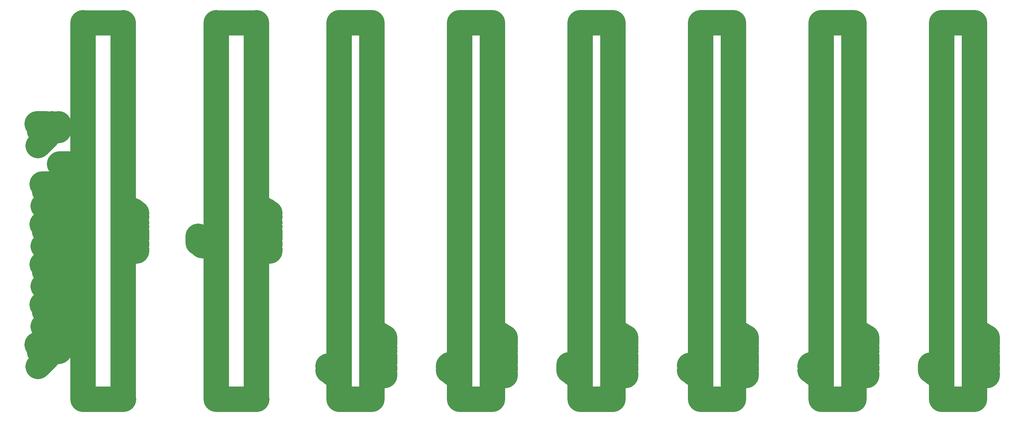
<source format=gts>
G04*
G04  File:            F_D_P7.GTS, Mon Sep 09 10:52:45 2002*
G04  Source:          ACCEL Tango PCB, Version 13.01.33, (f_d_p7.pcb)*
G04  Format:          Gerber Format (RS-274-D), ASCII*
G04*
G04  Format Options:  Absolute Positioning*
G04                   Leading-Zero Suppression*
G04                   Scale Factor 1:1*
G04                   NO Circular Interpolation*
G04                   Millimeter Units*
G04                   Numeric Format: 4.4 (XXXX.XXXX)*
G04                   G54 NOT Used for Aperture Change*
G04                   Apertures Embedded*
G04*
G04  File Options:    Offset = (0.00mm,0.00mm)*
G04                   Drill Symbol Size = 2.03mm*
G04                   No Pad/Via Holes*
G04*
G04  File Contents:   No Pads*
G04                   No Vias*
G04                   Designators*
G04                   Types*
G04                   Values*
G04                   No Drill Symbols*
G04                   Top Silk*
G04*
G04  Aperture MACROs for general use --- invoked via D-code assignment *
G04*
G04  General MACRO for flashed round with rotation and/or offset hole *
%AMROTOFFROUND*
1,1,$1,0.0000,0.0000*
1,0,$2,$3,$4*%
G04*
G04  General MACRO for flashed oval (obround) with rotation and/or offset hole *
%AMROTOFFOVAL*
21,1,$1,$2,0.0000,0.0000,$3*
1,1,$4,$5,$6*
1,1,$4,0-$5,0-$6*
1,0,$7,$8,$9*%
G04*
G04  General MACRO for flashed rectangle with rotation and/or offset hole *
%AMROTOFFRECT*
21,1,$1,$2,0.0000,0.0000,$3*
1,0,$4,$5,$6*%
G04*
G04  General MACRO for flashed rounded-rectangle *
%AMROUNDRECT*
21,1,$1,$2-$4,0.0000,0.0000,$3*
21,1,$1-$4,$2,0.0000,0.0000,$3*
1,1,$4,$5,$6*
1,1,$4,$7,$8*
1,1,$4,0-$5,0-$6*
1,1,$4,0-$7,0-$8*
1,0,$9,$10,$11*%
G04*
G04  General MACRO for flashed regular polygon *
%AMREGPOLY*
5,1,$1,0.0000,0.0000,$2,($3+$4)*
1,0,$5,$6,$7*%
G04  D10 : "Ellipse X0.25mm Y0.25mm H0.00mm 0.0deg (0.00mm,0.00mm) Draw"*
G04  Disc: OuterDia=0.2540*
%ADD10C, 0.2540 X0.0000*%
G04  D11 : "Ellipse X0.30mm Y0.30mm H0.00mm 0.0deg (0.00mm,0.00mm) Draw"*
G04  Disc: OuterDia=0.3000*
%ADD11C, 0.3000 X0.0000*%
G04  D12 : "Ellipse X0.38mm Y0.38mm H0.00mm 0.0deg (0.00mm,0.00mm) Draw"*
G04  Disc: OuterDia=0.3810*
%ADD12C, 0.3810 X0.0000*%
G04  D13 : "Ellipse X0.60mm Y0.60mm H0.00mm 0.0deg (0.00mm,0.00mm) Draw"*
G04  Disc: OuterDia=0.6000*
%ADD13C, 0.6000 X0.0000*%
G04  D14 : "Ellipse X0.64mm Y0.64mm H0.00mm 0.0deg (0.00mm,0.00mm) Draw"*
G04  Disc: OuterDia=0.6350*
%ADD14C, 0.6350 X0.0000*%
G04  D15 : "Ellipse X1.20mm Y1.20mm H0.00mm 0.0deg (0.00mm,0.00mm) Draw"*
G04  Disc: OuterDia=1.2000*
%ADD15C, 1.2000 X0.0000*%
G04  D16 : "Ellipse X1.22mm Y1.22mm H0.00mm 0.0deg (0.00mm,0.00mm) Draw"*
G04  Disc: OuterDia=1.2200*
%ADD16C, 1.2200 X0.0000*%
G04  D17 : "Ellipse X0.25mm Y0.25mm H0.00mm 0.0deg (0.00mm,0.00mm) Draw"*
G04  Disc: OuterDia=0.2500*
%ADD17C, 0.2500 X0.0000*%
G04  D18 : "Ellipse X2.54mm Y2.54mm H0.00mm 0.0deg (0.00mm,0.00mm) Flash"*
G04  Disc: OuterDia=2.5400*
%ADD18C, 2.5400 X0.0000*%
G04  D19 : "Ellipse X2.92mm Y2.92mm H0.00mm 0.0deg (0.00mm,0.00mm) Flash"*
G04  Disc: OuterDia=2.9210*
%ADD19C, 2.9210 X0.0000*%
G04  D20 : "Ellipse X5.08mm Y5.08mm H0.00mm 0.0deg (0.00mm,0.00mm) Flash"*
G04  Disc: OuterDia=5.0800*
%ADD20C, 5.0800 X0.0000*%
G04  D21 : "Ellipse X5.46mm Y5.46mm H0.00mm 0.0deg (0.00mm,0.00mm) Flash"*
G04  Disc: OuterDia=5.4610*
%ADD21C, 5.4610 X0.0000*%
G04  D22 : "Ellipse X1.52mm Y1.52mm H0.00mm 0.0deg (0.00mm,0.00mm) Flash"*
G04  Disc: OuterDia=1.5240*
%ADD22C, 1.5240 X0.0000*%
G04  D23 : "Ellipse X1.91mm Y1.91mm H0.00mm 0.0deg (0.00mm,0.00mm) Flash"*
G04  Disc: OuterDia=1.9050*
%ADD23C, 1.9050 X0.0000*%
G04  D24 : "Mounting Hole X3.96mm Y3.96mm H0.00mm 0.0deg (0.00mm,0.00mm) Flash"*
G04  Mounting Hole: Diameter=3.9624, Rotation=0.0000, LineWidth=0.1270 *
%AMMTHOLED24*
1,1,3.9624,0,0*
1,0,3.4544,0,0*
6,0,0,3.9624,0.1270,0,0,0.1270,3.9624,0.0000*%
%ADD24MTHOLED24*%
G04  D25 : "Rectangle X2.54mm Y2.54mm H0.00mm 0.0deg (0.00mm,0.00mm) Flash"*
G04  Square: Side=2.5400, Rotation=0.0, OffsetX=0.0000, OffsetY=0.0000, HoleDia=0.0000*
%ADD25R, 2.5400 X2.5400 X0.0000*%
G04  D26 : "Rectangle X2.92mm Y2.92mm H0.00mm 0.0deg (0.00mm,0.00mm) Flash"*
G04  Square: Side=2.9210, Rotation=0.0, OffsetX=0.0000, OffsetY=0.0000, HoleDia=0.0000*
%ADD26R, 2.9210 X2.9210 X0.0000*%
G04  D27 : "Rectangle X1.52mm Y1.52mm H0.00mm 0.0deg (0.00mm,0.00mm) Flash"*
G04  Square: Side=1.5240, Rotation=0.0, OffsetX=0.0000, OffsetY=0.0000, HoleDia=0.0000*
%ADD27R, 1.5240 X1.5240 X0.0000*%
G04  D28 : "Rectangle X1.91mm Y1.91mm H0.00mm 0.0deg (0.00mm,0.00mm) Flash"*
G04  Square: Side=1.9050, Rotation=0.0, OffsetX=0.0000, OffsetY=0.0000, HoleDia=0.0000*
%ADD28R, 1.9050 X1.9050 X0.0000*%
G04  D29 : "Ellipse X1.02mm Y1.02mm H0.00mm 0.0deg (0.00mm,0.00mm) Flash"*
G04  Disc: OuterDia=1.0160*
%ADD29C, 1.0160 X0.0000*%
G04  D30 : "Ellipse X1.40mm Y1.40mm H0.00mm 0.0deg (0.00mm,0.00mm) Flash"*
G04  Disc: OuterDia=1.3970*
%ADD30C, 1.3970 X0.0000*%
%ICAS*%
%FSLAX44Y44*%
%SFA1B1*%
%INF_D_P7.GTS*%
%OFA0.00B0.00*%
%MOMM*%
G71*
G90*
G01*
D2*
%LNTop Silk*%
D10*
X838200Y6350*
Y958850D1*
X920750Y6350D2*
Y958850D1*
Y6350D2*
X838200D1*
X920750Y958850D2*
X838200D1*
X810245Y78765D2*
X822132D1*
X824361Y78022*
X825104Y77279*
X825847Y75793*
Y74307*
X825104Y72821*
X824361Y72078*
X822132Y71335*
X820647*
X813217Y86194D2*
X812474Y87680D1*
X810245Y89909*
X825847*
X937686Y66408D2*
X952958D1*
Y71499*
X952230Y73680*
X950776Y75135*
X949322Y75862*
X947140Y76589*
X943504*
X941322Y75862*
X939868Y75135*
X938414Y73680*
X937686Y71499*
Y66408*
Y81679D2*
X952958D1*
X937686Y97677D2*
X952958D1*
X937686Y87497*
X952958*
X941322Y103495D2*
X940595D1*
X939141Y104222*
X938414Y104949*
X937686Y106404*
Y109313*
X938414Y110767*
X939141Y111494*
X940595Y112221*
X942050*
X943504Y111494*
X945686Y110040*
X952958Y102768*
Y112949*
X937686Y117312D2*
X952958Y127492D1*
X937686D2*
X952958Y117312D1*
X937686Y133310D2*
Y141309D1*
X943504Y136946*
Y139128*
X944231Y140582*
X944958Y141309*
X947140Y142036*
X948594*
X950776Y141309*
X952230Y139855*
X952958Y137673*
Y135492*
X952230Y133310*
X951503Y132583*
X950049Y131856*
X941322Y147127D2*
X940595D1*
X939141Y147854*
X938414Y148581*
X937686Y150035*
Y152944*
X938414Y154398*
X939141Y155126*
X940595Y155853*
X942050*
X943504Y155126*
X945686Y153671*
X952958Y146399*
Y156580*
X937686Y171124D2*
Y161670D1*
X952958*
X944958D2*
Y167488D1*
X1143000Y6350D2*
Y958850D1*
X1225550Y6350D2*
Y958850D1*
Y6350D2*
X1143000D1*
X1225550Y958850D2*
X1143000D1*
X1115045Y78765D2*
X1126932D1*
X1129161Y78022*
X1129904Y77279*
X1130647Y75793*
Y74307*
X1129904Y72821*
X1129161Y72078*
X1126932Y71335*
X1125447*
X1118760Y84708D2*
X1118017D1*
X1116531Y85451*
X1115788Y86194*
X1115045Y87680*
Y90652*
X1115788Y92138*
X1116531Y92881*
X1118017Y93624*
X1119503*
X1120989Y92881*
X1123218Y91395*
X1130647Y83965*
Y94367*
X1242486Y66408D2*
X1257758D1*
Y71499*
X1257030Y73680*
X1255576Y75135*
X1254122Y75862*
X1251940Y76589*
X1248304*
X1246122Y75862*
X1244668Y75135*
X1243214Y73680*
X1242486Y71499*
Y66408*
Y81679D2*
X1257758D1*
X1242486Y97677D2*
X1257758D1*
X1242486Y87497*
X1257758*
X1246122Y103495D2*
X1245395D1*
X1243941Y104222*
X1243214Y104949*
X1242486Y106404*
Y109313*
X1243214Y110767*
X1243941Y111494*
X1245395Y112221*
X1246850*
X1248304Y111494*
X1250486Y110040*
X1257758Y102768*
Y112949*
X1242486Y117312D2*
X1257758Y127492D1*
X1242486D2*
X1257758Y117312D1*
X1242486Y133310D2*
Y141309D1*
X1248304Y136946*
Y139128*
X1249031Y140582*
X1249758Y141309*
X1251940Y142036*
X1253394*
X1255576Y141309*
X1257030Y139855*
X1257758Y137673*
Y135492*
X1257030Y133310*
X1256303Y132583*
X1254849Y131856*
X1246122Y147127D2*
X1245395D1*
X1243941Y147854*
X1243214Y148581*
X1242486Y150035*
Y152944*
X1243214Y154398*
X1243941Y155126*
X1245395Y155853*
X1246850*
X1248304Y155126*
X1250486Y153671*
X1257758Y146399*
Y156580*
X1242486Y171124D2*
Y161670D1*
X1257758*
X1249758D2*
Y167488D1*
X1447800Y6350D2*
Y958850D1*
X1530350Y6350D2*
Y958850D1*
Y6350D2*
X1447800D1*
X1530350Y958850D2*
X1447800D1*
X1419845Y78765D2*
X1431732D1*
X1433961Y78022*
X1434704Y77279*
X1435447Y75793*
Y74307*
X1434704Y72821*
X1433961Y72078*
X1431732Y71335*
X1430247*
X1419845Y85451D2*
Y93624D1*
X1425789Y89166*
Y91395*
X1426532Y92881*
X1427275Y93624*
X1429504Y94367*
X1430990*
X1433218Y93624*
X1434704Y92138*
X1435447Y89909*
Y87680*
X1434704Y85451*
X1433961Y84708*
X1432475Y83965*
X1547286Y66408D2*
X1562558D1*
Y71499*
X1561830Y73680*
X1560376Y75135*
X1558922Y75862*
X1556740Y76589*
X1553104*
X1550922Y75862*
X1549468Y75135*
X1548014Y73680*
X1547286Y71499*
Y66408*
Y81679D2*
X1562558D1*
X1547286Y97677D2*
X1562558D1*
X1547286Y87497*
X1562558*
X1550922Y103495D2*
X1550195D1*
X1548741Y104222*
X1548014Y104949*
X1547286Y106404*
Y109313*
X1548014Y110767*
X1548741Y111494*
X1550195Y112221*
X1551650*
X1553104Y111494*
X1555286Y110040*
X1562558Y102768*
Y112949*
X1547286Y117312D2*
X1562558Y127492D1*
X1547286D2*
X1562558Y117312D1*
X1547286Y133310D2*
Y141309D1*
X1553104Y136946*
Y139128*
X1553831Y140582*
X1554558Y141309*
X1556740Y142036*
X1558194*
X1560376Y141309*
X1561830Y139855*
X1562558Y137673*
Y135492*
X1561830Y133310*
X1561103Y132583*
X1559649Y131856*
X1550922Y147127D2*
X1550195D1*
X1548741Y147854*
X1548014Y148581*
X1547286Y150035*
Y152944*
X1548014Y154398*
X1548741Y155126*
X1550195Y155853*
X1551650*
X1553104Y155126*
X1555286Y153671*
X1562558Y146399*
Y156580*
X1547286Y171124D2*
Y161670D1*
X1562558*
X1554558D2*
Y167488D1*
X1752600Y6350D2*
Y958850D1*
X1835150Y6350D2*
Y958850D1*
Y6350D2*
X1752600D1*
X1835150Y958850D2*
X1752600D1*
X1724645Y78765D2*
X1736532D1*
X1738761Y78022*
X1739504Y77279*
X1740247Y75793*
Y74307*
X1739504Y72821*
X1738761Y72078*
X1736532Y71335*
X1735047*
X1740247Y91395D2*
X1724645D1*
X1735047Y83965*
Y95110*
X1852086Y66408D2*
X1867358D1*
Y71499*
X1866630Y73680*
X1865176Y75135*
X1863722Y75862*
X1861540Y76589*
X1857904*
X1855722Y75862*
X1854268Y75135*
X1852814Y73680*
X1852086Y71499*
Y66408*
Y81679D2*
X1867358D1*
X1852086Y97677D2*
X1867358D1*
X1852086Y87497*
X1867358*
X1855722Y103495D2*
X1854995D1*
X1853541Y104222*
X1852814Y104949*
X1852086Y106404*
Y109313*
X1852814Y110767*
X1853541Y111494*
X1854995Y112221*
X1856450*
X1857904Y111494*
X1860086Y110040*
X1867358Y102768*
Y112949*
X1852086Y117312D2*
X1867358Y127492D1*
X1852086D2*
X1867358Y117312D1*
X1852086Y133310D2*
Y141309D1*
X1857904Y136946*
Y139128*
X1858631Y140582*
X1859358Y141309*
X1861540Y142036*
X1862994*
X1865176Y141309*
X1866630Y139855*
X1867358Y137673*
Y135492*
X1866630Y133310*
X1865903Y132583*
X1864449Y131856*
X1855722Y147127D2*
X1854995D1*
X1853541Y147854*
X1852814Y148581*
X1852086Y150035*
Y152944*
X1852814Y154398*
X1853541Y155126*
X1854995Y155853*
X1856450*
X1857904Y155126*
X1860086Y153671*
X1867358Y146399*
Y156580*
X1852086Y171124D2*
Y161670D1*
X1867358*
X1859358D2*
Y167488D1*
X2057400Y6350D2*
Y958850D1*
X2139950Y6350D2*
Y958850D1*
Y6350D2*
X2057400D1*
X2139950Y958850D2*
X2057400D1*
X2029445Y78765D2*
X2041332D1*
X2043561Y78022*
X2044304Y77279*
X2045047Y75793*
Y74307*
X2044304Y72821*
X2043561Y72078*
X2041332Y71335*
X2039847*
X2031674Y93624D2*
X2030188Y92881D1*
X2029445Y90652*
Y89166*
X2030188Y86937*
X2032417Y85451*
X2036132Y84708*
X2039847*
X2042818Y85451*
X2044304Y86937*
X2045047Y89166*
Y89909*
X2044304Y92138*
X2042818Y93624*
X2040590Y94367*
X2039847*
X2037618Y93624*
X2036132Y92138*
X2035389Y89909*
Y89166*
X2036132Y86937*
X2037618Y85451*
X2039847Y84708*
X2156886Y66408D2*
X2172158D1*
Y71499*
X2171430Y73680*
X2169976Y75135*
X2168522Y75862*
X2166340Y76589*
X2162704*
X2160522Y75862*
X2159068Y75135*
X2157614Y73680*
X2156886Y71499*
Y66408*
Y81679D2*
X2172158D1*
X2156886Y97677D2*
X2172158D1*
X2156886Y87497*
X2172158*
X2160522Y103495D2*
X2159795D1*
X2158341Y104222*
X2157614Y104949*
X2156886Y106404*
Y109313*
X2157614Y110767*
X2158341Y111494*
X2159795Y112221*
X2161250*
X2162704Y111494*
X2164886Y110040*
X2172158Y102768*
Y112949*
X2156886Y117312D2*
X2172158Y127492D1*
X2156886D2*
X2172158Y117312D1*
X2156886Y133310D2*
Y141309D1*
X2162704Y136946*
Y139128*
X2163431Y140582*
X2164158Y141309*
X2166340Y142036*
X2167794*
X2169976Y141309*
X2171430Y139855*
X2172158Y137673*
Y135492*
X2171430Y133310*
X2170703Y132583*
X2169249Y131856*
X2160522Y147127D2*
X2159795D1*
X2158341Y147854*
X2157614Y148581*
X2156886Y150035*
Y152944*
X2157614Y154398*
X2158341Y155126*
X2159795Y155853*
X2161250*
X2162704Y155126*
X2164886Y153671*
X2172158Y146399*
Y156580*
X2156886Y171124D2*
Y161670D1*
X2172158*
X2164158D2*
Y167488D1*
X2362200Y6350D2*
Y958850D1*
X2444750Y6350D2*
Y958850D1*
Y6350D2*
X2362200D1*
X2444750Y958850D2*
X2362200D1*
X2334245Y78765D2*
X2346132D1*
X2348361Y78022*
X2349104Y77279*
X2349847Y75793*
Y74307*
X2349104Y72821*
X2348361Y72078*
X2346132Y71335*
X2344647*
X2334245Y92881D2*
Y85451D1*
X2340932Y84708*
X2340189Y85451*
X2339446Y87680*
Y89909*
X2340189Y92138*
X2341675Y93624*
X2343904Y94367*
X2345390*
X2347618Y93624*
X2349104Y92138*
X2349847Y89909*
Y87680*
X2349104Y85451*
X2348361Y84708*
X2346875Y83965*
X2461686Y66408D2*
X2476958D1*
Y71499*
X2476230Y73680*
X2474776Y75135*
X2473322Y75862*
X2471140Y76589*
X2467504*
X2465322Y75862*
X2463868Y75135*
X2462414Y73680*
X2461686Y71499*
Y66408*
Y81679D2*
X2476958D1*
X2461686Y97677D2*
X2476958D1*
X2461686Y87497*
X2476958*
X2465322Y103495D2*
X2464595D1*
X2463141Y104222*
X2462414Y104949*
X2461686Y106404*
Y109313*
X2462414Y110767*
X2463141Y111494*
X2464595Y112221*
X2466050*
X2467504Y111494*
X2469686Y110040*
X2476958Y102768*
Y112949*
X2461686Y117312D2*
X2476958Y127492D1*
X2461686D2*
X2476958Y117312D1*
X2461686Y133310D2*
Y141309D1*
X2467504Y136946*
Y139128*
X2468231Y140582*
X2468958Y141309*
X2471140Y142036*
X2472594*
X2474776Y141309*
X2476230Y139855*
X2476958Y137673*
Y135492*
X2476230Y133310*
X2475503Y132583*
X2474049Y131856*
X2465322Y147127D2*
X2464595D1*
X2463141Y147854*
X2462414Y148581*
X2461686Y150035*
Y152944*
X2462414Y154398*
X2463141Y155126*
X2464595Y155853*
X2466050*
X2467504Y155126*
X2469686Y153671*
X2476958Y146399*
Y156580*
X2461686Y171124D2*
Y161670D1*
X2476958*
X2468958D2*
Y167488D1*
D2*
D17*
X527050Y958850*
X628650D1*
D2*
D10*
X629650Y6550*
X527650D1*
X527050Y6350D2*
Y958850D1*
X628650Y6350D2*
Y958850D1*
X647410Y381608D2*
X662682D1*
Y386699*
X661954Y388880*
X660500Y390335*
X659046Y391062*
X656864Y391789*
X653228*
X651046Y391062*
X649592Y390335*
X648138Y388880*
X647410Y386699*
Y381608*
Y396879D2*
X662682D1*
X647410Y412877D2*
X662682D1*
X647410Y402697*
X662682*
X651046Y418695D2*
X650319D1*
X648865Y419422*
X648138Y420149*
X647410Y421604*
Y424513*
X648138Y425967*
X648865Y426694*
X650319Y427421*
X651774*
X653228Y426694*
X655410Y425240*
X662682Y417968*
Y428149*
X647410Y432512D2*
X662682Y442692D1*
X647410D2*
X662682Y432512D1*
X650319Y449237D2*
X649592Y450692D1*
X647410Y452873*
X662682*
X649592Y471053D2*
X648138Y470326D1*
X647410Y468144*
Y466690*
X648138Y464508*
X650319Y463054*
X653955Y462327*
X657591*
X660500Y463054*
X661954Y464508*
X662682Y466690*
Y467417*
X661954Y469598*
X660500Y471053*
X658318Y471780*
X657591*
X655410Y471053*
X653955Y469598*
X653228Y467417*
Y466690*
X653955Y464508*
X655410Y463054*
X657591Y462327*
X647410Y486324D2*
Y476870D1*
X662682*
X654682D2*
Y482688D1*
X481569Y402615D2*
X493456D1*
X495685Y401872*
X496428Y401129*
X497171Y399643*
Y398157*
X496428Y396671*
X495685Y395928*
X493456Y395185*
X491971*
X497171Y410787D2*
X481569Y418217D1*
Y407815*
D2*
D17*
X190500Y958850*
X292100D1*
D2*
D10*
X293100Y6550*
X191100D1*
X190500Y6350D2*
Y958850D1*
X292100Y6350D2*
Y958850D1*
X310860Y381608D2*
X326132D1*
Y386699*
X325404Y388880*
X323950Y390335*
X322496Y391062*
X320314Y391789*
X316678*
X314496Y391062*
X313042Y390335*
X311588Y388880*
X310860Y386699*
Y381608*
Y396879D2*
X326132D1*
X310860Y412877D2*
X326132D1*
X310860Y402697*
X326132*
X314496Y418695D2*
X313769D1*
X312315Y419422*
X311588Y420149*
X310860Y421604*
Y424513*
X311588Y425967*
X312315Y426694*
X313769Y427421*
X315224*
X316678Y426694*
X318860Y425240*
X326132Y417968*
Y428149*
X310860Y432512D2*
X326132Y442692D1*
X310860D2*
X326132Y432512D1*
X313769Y449237D2*
X313042Y450692D1*
X310860Y452873*
X326132*
X313042Y471053D2*
X311588Y470326D1*
X310860Y468144*
Y466690*
X311588Y464508*
X313769Y463054*
X317405Y462327*
X321041*
X323950Y463054*
X325404Y464508*
X326132Y466690*
Y467417*
X325404Y469598*
X323950Y471053*
X321768Y471780*
X321041*
X318860Y471053*
X317405Y469598*
X316678Y467417*
Y466690*
X317405Y464508*
X318860Y463054*
X321041Y462327*
X310860Y486324D2*
Y476870D1*
X326132*
X318132D2*
Y482688D1*
X145019Y402615D2*
X156906D1*
X159135Y401872*
X159878Y401129*
X160621Y399643*
Y398157*
X159878Y396671*
X159135Y395928*
X156906Y395185*
X155421*
X145019Y411530D2*
X145762Y409301D1*
X147248Y408558*
X148734*
X150220Y409301*
X150963Y410787*
X151706Y413759*
X152449Y415988*
X153935Y417474*
X155421Y418217*
X157649*
X159135Y417474*
X159878Y416731*
X160621Y414502*
Y411530*
X159878Y409301*
X159135Y408558*
X157649Y407815*
X155421*
X153935Y408558*
X152449Y410044*
X151706Y412273*
X150963Y415245*
X150220Y416731*
X148734Y417474*
X147248*
X145762Y416731*
X145019Y414502*
Y411530*
D2*
D17*
X88900Y495300*
X114300Y520700D1*
D2*
D10*
X92823Y550941*
Y533975D1*
X87167Y550941D2*
X98478D1*
X102518Y542054D2*
X109789D1*
X112213Y542862*
X113021Y543670*
X113829Y545286*
Y547710*
X113021Y549326*
X112213Y550133*
X109789Y550941*
X102518*
Y533975*
X119484Y546902D2*
Y547710D1*
X120292Y549326*
X121100Y550133*
X122716Y550941*
X125948*
X127564Y550133*
X128371Y549326*
X129179Y547710*
Y546094*
X128371Y544478*
X126756Y542054*
X118676Y533975*
X129987*
D2*
D17*
X133350Y546100*
X158750Y571500D1*
D2*
D10*
X137273Y601741*
Y584775D1*
X131617Y601741D2*
X142928D1*
X146968Y592854D2*
X154239D1*
X156663Y593662*
X157471Y594470*
X158279Y596086*
Y598510*
X157471Y600126*
X156663Y600933*
X154239Y601741*
X146968*
Y584775*
X165550Y598510D2*
X167166Y599318D1*
X169590Y601741*
Y584775*
D2*
D17*
X127000Y444500*
X152400Y469900D1*
D2*
D10*
X130923Y500141*
Y483175D1*
X125267Y500141D2*
X136578D1*
X140618Y491254D2*
X147889D1*
X150313Y492062*
X151121Y492870*
X151929Y494486*
Y496910*
X151121Y498526*
X150313Y499333*
X147889Y500141*
X140618*
Y483175*
X158392Y500141D2*
X167279D1*
X162432Y493678*
X164856*
X166471Y492870*
X167279Y492062*
X168087Y489638*
Y488023*
X167279Y485599*
X165664Y483983*
X163240Y483175*
X160816*
X158392Y483983*
X157584Y484791*
X156776Y486407*
D2*
D17*
X88900Y393700*
X114300Y419100D1*
D2*
D10*
X92823Y449341*
Y432375D1*
X87167Y449341D2*
X98478D1*
X102518Y440454D2*
X109789D1*
X112213Y441262*
X113021Y442070*
X113829Y443686*
Y446110*
X113021Y447726*
X112213Y448533*
X109789Y449341*
X102518*
Y432375*
X126756D2*
Y449341D1*
X118676Y438030*
X130795*
D2*
D17*
X127000Y342900*
X152400Y368300D1*
D2*
D10*
X130923Y398541*
Y381575D1*
X125267Y398541D2*
X136578D1*
X140618Y389654D2*
X147889D1*
X150313Y390462*
X151121Y391270*
X151929Y392886*
Y395310*
X151121Y396926*
X150313Y397733*
X147889Y398541*
X140618*
Y381575*
X166471Y398541D2*
X158392D1*
X157584Y391270*
X158392Y392078*
X160816Y392886*
X163240*
X165664Y392078*
X167279Y390462*
X168087Y388038*
Y386423*
X167279Y383999*
X165664Y382383*
X163240Y381575*
X160816*
X158392Y382383*
X157584Y383191*
X156776Y384807*
D2*
D17*
X88900Y292100*
X114300Y317500D1*
D2*
D10*
X92823Y347741*
Y330775D1*
X87167Y347741D2*
X98478D1*
X102518Y338854D2*
X109789D1*
X112213Y339662*
X113021Y340470*
X113829Y342086*
Y344510*
X113021Y346126*
X112213Y346933*
X109789Y347741*
X102518*
Y330775*
X129179Y345318D2*
X128371Y346933D1*
X125948Y347741*
X124332*
X121908Y346933*
X120292Y344510*
X119484Y340470*
Y336430*
X120292Y333199*
X121908Y331583*
X124332Y330775*
X125140*
X127564Y331583*
X129179Y333199*
X129987Y335623*
Y336430*
X129179Y338854*
X127564Y340470*
X125140Y341278*
X124332*
X121908Y340470*
X120292Y338854*
X119484Y336430*
D2*
D17*
X127000Y241300*
X152400Y266700D1*
D2*
D10*
X130923Y296941*
Y279975D1*
X125267Y296941D2*
X136578D1*
X140618Y288054D2*
X147889D1*
X150313Y288862*
X151121Y289670*
X151929Y291286*
Y293710*
X151121Y295326*
X150313Y296133*
X147889Y296941*
X140618*
Y279975*
X160008D2*
X168087Y296941D1*
X156776*
D2*
D17*
X88900Y190500*
X114300Y215900D1*
D2*
D10*
X92823Y246141*
Y229175D1*
X87167Y246141D2*
X98478D1*
X102518Y237254D2*
X109789D1*
X112213Y238062*
X113021Y238870*
X113829Y240486*
Y242910*
X113021Y244526*
X112213Y245333*
X109789Y246141*
X102518*
Y229175*
X122716Y246141D2*
X120292Y245333D1*
X119484Y243718*
Y242102*
X120292Y240486*
X121908Y239678*
X125140Y238870*
X127564Y238062*
X129179Y236446*
X129987Y234830*
Y232407*
X129179Y230791*
X128371Y229983*
X125948Y229175*
X122716*
X120292Y229983*
X119484Y230791*
X118676Y232407*
Y234830*
X119484Y236446*
X121100Y238062*
X123524Y238870*
X126756Y239678*
X128371Y240486*
X129179Y242102*
Y243718*
X128371Y245333*
X125948Y246141*
X122716*
D2*
D17*
X127000Y139700*
X152400Y165100D1*
D2*
D10*
X130923Y195341*
Y178375D1*
X125267Y195341D2*
X136578D1*
X140618Y186454D2*
X147889D1*
X150313Y187262*
X151121Y188070*
X151929Y189686*
Y192110*
X151121Y193726*
X150313Y194533*
X147889Y195341*
X140618*
Y178375*
X167279Y189686D2*
X166471Y187262D1*
X164856Y185646*
X162432Y184838*
X161624*
X159200Y185646*
X157584Y187262*
X156776Y189686*
Y190494*
X157584Y192918*
X159200Y194533*
X161624Y195341*
X162432*
X164856Y194533*
X166471Y192918*
X167279Y189686*
Y185646*
X166471Y181607*
X164856Y179183*
X162432Y178375*
X160816*
X158392Y179183*
X157584Y180799*
D2*
D17*
X76200Y647700*
X101600Y673100D1*
D2*
D10*
X80093Y703237*
Y686349D1*
X74464Y703237D2*
X85722D1*
X89743Y694391D2*
X96981D1*
X99394Y695195*
X100198Y695999*
X101002Y697608*
Y700020*
X100198Y701629*
X99394Y702433*
X96981Y703237*
X89743*
Y686349*
X108240Y700020D2*
X109848Y700824D1*
X112261Y703237*
Y686349*
X124324Y700020D2*
X125932Y700824D1*
X128345Y703237*
Y686349*
D2*
D17*
X76200Y88900*
X101600Y114300D1*
D2*
D10*
X80093Y144437*
Y127549D1*
X74464Y144437D2*
X85722D1*
X89743Y135591D2*
X96981D1*
X99394Y136395*
X100198Y137199*
X101002Y138808*
Y141220*
X100198Y142829*
X99394Y143633*
X96981Y144437*
X89743*
Y127549*
X108240Y141220D2*
X109848Y142024D1*
X112261Y144437*
Y127549*
X126736Y144437D2*
X124324Y143633D1*
X122715Y141220*
X121911Y137199*
Y134787*
X122715Y130766*
X124324Y128353*
X126736Y127549*
X128345*
X130757Y128353*
X132366Y130766*
X133170Y134787*
Y137199*
X132366Y141220*
X130757Y143633*
X128345Y144437*
X126736*
X132366Y141220D2*
X122715Y130766D1*
D02M02*

</source>
